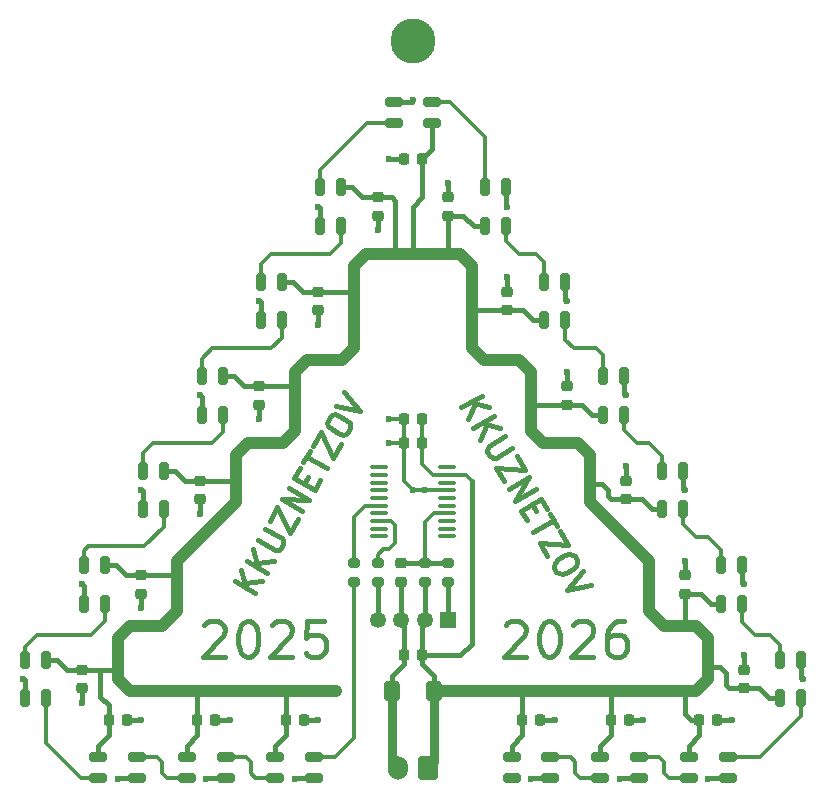
<source format=gtl>
%TF.GenerationSoftware,KiCad,Pcbnew,9.0.5*%
%TF.CreationDate,2025-11-17T06:01:47+03:00*%
%TF.ProjectId,CHRISTMAS_RISC_V,43485249-5354-44d4-9153-5f524953435f,rev?*%
%TF.SameCoordinates,Original*%
%TF.FileFunction,Copper,L1,Top*%
%TF.FilePolarity,Positive*%
%FSLAX46Y46*%
G04 Gerber Fmt 4.6, Leading zero omitted, Abs format (unit mm)*
G04 Created by KiCad (PCBNEW 9.0.5) date 2025-11-17 06:01:47*
%MOMM*%
%LPD*%
G01*
G04 APERTURE LIST*
G04 Aperture macros list*
%AMRoundRect*
0 Rectangle with rounded corners*
0 $1 Rounding radius*
0 $2 $3 $4 $5 $6 $7 $8 $9 X,Y pos of 4 corners*
0 Add a 4 corners polygon primitive as box body*
4,1,4,$2,$3,$4,$5,$6,$7,$8,$9,$2,$3,0*
0 Add four circle primitives for the rounded corners*
1,1,$1+$1,$2,$3*
1,1,$1+$1,$4,$5*
1,1,$1+$1,$6,$7*
1,1,$1+$1,$8,$9*
0 Add four rect primitives between the rounded corners*
20,1,$1+$1,$2,$3,$4,$5,0*
20,1,$1+$1,$4,$5,$6,$7,0*
20,1,$1+$1,$6,$7,$8,$9,0*
20,1,$1+$1,$8,$9,$2,$3,0*%
G04 Aperture macros list end*
%ADD10C,0.400000*%
%TA.AperFunction,NonConductor*%
%ADD11C,0.400000*%
%TD*%
%TA.AperFunction,ComponentPad*%
%ADD12C,3.800000*%
%TD*%
%TA.AperFunction,SMDPad,CuDef*%
%ADD13RoundRect,0.200000X-0.200000X0.550000X-0.200000X-0.550000X0.200000X-0.550000X0.200000X0.550000X0*%
%TD*%
%TA.AperFunction,SMDPad,CuDef*%
%ADD14RoundRect,0.225000X-0.225000X-0.250000X0.225000X-0.250000X0.225000X0.250000X-0.225000X0.250000X0*%
%TD*%
%TA.AperFunction,SMDPad,CuDef*%
%ADD15RoundRect,0.200000X-0.550000X-0.200000X0.550000X-0.200000X0.550000X0.200000X-0.550000X0.200000X0*%
%TD*%
%TA.AperFunction,ComponentPad*%
%ADD16R,1.350000X1.350000*%
%TD*%
%TA.AperFunction,ComponentPad*%
%ADD17C,1.350000*%
%TD*%
%TA.AperFunction,ComponentPad*%
%ADD18RoundRect,0.250000X0.600000X0.750000X-0.600000X0.750000X-0.600000X-0.750000X0.600000X-0.750000X0*%
%TD*%
%TA.AperFunction,ComponentPad*%
%ADD19O,1.700000X2.000000*%
%TD*%
%TA.AperFunction,SMDPad,CuDef*%
%ADD20RoundRect,0.200000X0.200000X-0.550000X0.200000X0.550000X-0.200000X0.550000X-0.200000X-0.550000X0*%
%TD*%
%TA.AperFunction,SMDPad,CuDef*%
%ADD21RoundRect,0.200000X0.550000X0.200000X-0.550000X0.200000X-0.550000X-0.200000X0.550000X-0.200000X0*%
%TD*%
%TA.AperFunction,SMDPad,CuDef*%
%ADD22RoundRect,0.250000X0.400000X0.600000X-0.400000X0.600000X-0.400000X-0.600000X0.400000X-0.600000X0*%
%TD*%
%TA.AperFunction,SMDPad,CuDef*%
%ADD23RoundRect,0.200000X-0.275000X0.200000X-0.275000X-0.200000X0.275000X-0.200000X0.275000X0.200000X0*%
%TD*%
%TA.AperFunction,SMDPad,CuDef*%
%ADD24RoundRect,0.200000X0.275000X-0.200000X0.275000X0.200000X-0.275000X0.200000X-0.275000X-0.200000X0*%
%TD*%
%TA.AperFunction,SMDPad,CuDef*%
%ADD25RoundRect,0.100000X0.637500X0.100000X-0.637500X0.100000X-0.637500X-0.100000X0.637500X-0.100000X0*%
%TD*%
%TA.AperFunction,SMDPad,CuDef*%
%ADD26RoundRect,0.225000X0.250000X-0.225000X0.250000X0.225000X-0.250000X0.225000X-0.250000X-0.225000X0*%
%TD*%
%TA.AperFunction,SMDPad,CuDef*%
%ADD27RoundRect,0.225000X0.225000X0.250000X-0.225000X0.250000X-0.225000X-0.250000X0.225000X-0.250000X0*%
%TD*%
%TA.AperFunction,SMDPad,CuDef*%
%ADD28RoundRect,0.225000X-0.250000X0.225000X-0.250000X-0.225000X0.250000X-0.225000X0.250000X0.225000X0*%
%TD*%
%TA.AperFunction,ViaPad*%
%ADD29C,0.600000*%
%TD*%
%TA.AperFunction,Conductor*%
%ADD30C,0.400000*%
%TD*%
%TA.AperFunction,Conductor*%
%ADD31C,1.000000*%
%TD*%
%TA.AperFunction,Conductor*%
%ADD32C,0.300000*%
%TD*%
%TA.AperFunction,Conductor*%
%ADD33C,0.800000*%
%TD*%
G04 APERTURE END LIST*
D10*
D11*
X154099657Y-112007512D02*
X155831707Y-111007512D01*
X154671085Y-112997256D02*
X155232257Y-111683520D01*
X156403136Y-111997256D02*
X154841964Y-111578941D01*
X155099657Y-113739563D02*
X156831707Y-112739563D01*
X155671085Y-114729306D02*
X156232257Y-113415570D01*
X157403136Y-113729306D02*
X155841964Y-113310992D01*
X157831707Y-114471614D02*
X156429571Y-115281138D01*
X156429571Y-115281138D02*
X156312233Y-115458854D01*
X156312233Y-115458854D02*
X156277373Y-115588952D01*
X156277373Y-115588952D02*
X156290133Y-115801528D01*
X156290133Y-115801528D02*
X156480609Y-116131443D01*
X156480609Y-116131443D02*
X156658326Y-116248781D01*
X156658326Y-116248781D02*
X156788423Y-116283640D01*
X156788423Y-116283640D02*
X157001000Y-116270881D01*
X157001000Y-116270881D02*
X158403136Y-115461357D01*
X158784088Y-116121186D02*
X159450755Y-117275887D01*
X159450755Y-117275887D02*
X157052037Y-117121186D01*
X157052037Y-117121186D02*
X157718704Y-118275887D01*
X158099657Y-118935715D02*
X159831707Y-117935715D01*
X159831707Y-117935715D02*
X158671085Y-119925459D01*
X158671085Y-119925459D02*
X160403136Y-118925459D01*
X160054540Y-120226435D02*
X160387874Y-120803786D01*
X159623466Y-121575031D02*
X159147276Y-120750245D01*
X159147276Y-120750245D02*
X160879326Y-119750245D01*
X160879326Y-119750245D02*
X161355517Y-120575031D01*
X161641231Y-121069903D02*
X162212660Y-122059646D01*
X160194895Y-122564774D02*
X161926946Y-121564774D01*
X162450755Y-122472040D02*
X163117422Y-123626740D01*
X163117422Y-123626740D02*
X160718704Y-123472040D01*
X160718704Y-123472040D02*
X161385371Y-124626740D01*
X163688851Y-124616483D02*
X163879327Y-124946398D01*
X163879327Y-124946398D02*
X163892086Y-125158974D01*
X163892086Y-125158974D02*
X163822367Y-125419169D01*
X163822367Y-125419169D02*
X163540072Y-125692124D01*
X163540072Y-125692124D02*
X162962721Y-126025458D01*
X162962721Y-126025458D02*
X162585188Y-126133455D01*
X162585188Y-126133455D02*
X162324993Y-126063736D01*
X162324993Y-126063736D02*
X162147276Y-125946398D01*
X162147276Y-125946398D02*
X161956800Y-125616483D01*
X161956800Y-125616483D02*
X161944040Y-125403907D01*
X161944040Y-125403907D02*
X162013759Y-125143712D01*
X162013759Y-125143712D02*
X162296055Y-124870757D01*
X162296055Y-124870757D02*
X162873405Y-124537424D01*
X162873405Y-124537424D02*
X163250939Y-124429426D01*
X163250939Y-124429426D02*
X163511134Y-124499145D01*
X163511134Y-124499145D02*
X163688851Y-124616483D01*
X164403136Y-125853663D02*
X163004419Y-127431013D01*
X163004419Y-127431013D02*
X165069803Y-127008363D01*
D10*
D11*
X136639690Y-127726925D02*
X134907639Y-126726925D01*
X137211118Y-126737182D02*
X135792804Y-126908060D01*
X135479068Y-125737182D02*
X135897382Y-127298353D01*
X137639690Y-125994874D02*
X135907639Y-124994874D01*
X138211118Y-125005131D02*
X136792804Y-125176010D01*
X136479068Y-124005131D02*
X136897382Y-125566303D01*
X136907639Y-123262823D02*
X138309775Y-124072347D01*
X138309775Y-124072347D02*
X138522352Y-124085107D01*
X138522352Y-124085107D02*
X138652449Y-124050247D01*
X138652449Y-124050247D02*
X138830166Y-123932909D01*
X138830166Y-123932909D02*
X139020642Y-123602994D01*
X139020642Y-123602994D02*
X139033402Y-123390418D01*
X139033402Y-123390418D02*
X138998542Y-123260320D01*
X138998542Y-123260320D02*
X138881204Y-123082604D01*
X138881204Y-123082604D02*
X137479068Y-122273080D01*
X137860020Y-121613251D02*
X138526687Y-120458551D01*
X138526687Y-120458551D02*
X139592071Y-122613251D01*
X139592071Y-122613251D02*
X140258737Y-121458551D01*
X140639690Y-120798722D02*
X138907639Y-119798722D01*
X138907639Y-119798722D02*
X141211118Y-119808978D01*
X141211118Y-119808978D02*
X139479068Y-118808978D01*
X140780044Y-118460383D02*
X141113378Y-117883032D01*
X142163499Y-118159406D02*
X141687309Y-118984192D01*
X141687309Y-118984192D02*
X139955258Y-117984192D01*
X139955258Y-117984192D02*
X140431449Y-117159406D01*
X140717163Y-116664534D02*
X141288592Y-115674791D01*
X142734928Y-117169663D02*
X141002877Y-116169663D01*
X141526687Y-115262398D02*
X142193354Y-114107697D01*
X142193354Y-114107697D02*
X143258738Y-116262398D01*
X143258738Y-116262398D02*
X143925404Y-115107697D01*
X142764782Y-113117954D02*
X142955258Y-112788039D01*
X142955258Y-112788039D02*
X143132975Y-112670701D01*
X143132975Y-112670701D02*
X143393170Y-112600982D01*
X143393170Y-112600982D02*
X143770704Y-112708979D01*
X143770704Y-112708979D02*
X144348054Y-113042313D01*
X144348054Y-113042313D02*
X144630350Y-113315268D01*
X144630350Y-113315268D02*
X144700069Y-113575463D01*
X144700069Y-113575463D02*
X144687309Y-113788039D01*
X144687309Y-113788039D02*
X144496833Y-114117954D01*
X144496833Y-114117954D02*
X144319116Y-114235292D01*
X144319116Y-114235292D02*
X144058921Y-114305011D01*
X144058921Y-114305011D02*
X143681388Y-114197013D01*
X143681388Y-114197013D02*
X143104037Y-113863680D01*
X143104037Y-113863680D02*
X142821742Y-113590725D01*
X142821742Y-113590725D02*
X142752023Y-113330530D01*
X142752023Y-113330530D02*
X142764782Y-113117954D01*
X143479068Y-111880775D02*
X145544452Y-112303424D01*
X145544452Y-112303424D02*
X144145735Y-110726074D01*
D10*
D11*
X157834585Y-130397771D02*
X157977442Y-130254914D01*
X157977442Y-130254914D02*
X158263157Y-130112057D01*
X158263157Y-130112057D02*
X158977442Y-130112057D01*
X158977442Y-130112057D02*
X159263157Y-130254914D01*
X159263157Y-130254914D02*
X159406014Y-130397771D01*
X159406014Y-130397771D02*
X159548871Y-130683485D01*
X159548871Y-130683485D02*
X159548871Y-130969200D01*
X159548871Y-130969200D02*
X159406014Y-131397771D01*
X159406014Y-131397771D02*
X157691728Y-133112057D01*
X157691728Y-133112057D02*
X159548871Y-133112057D01*
X161406014Y-130112057D02*
X161691728Y-130112057D01*
X161691728Y-130112057D02*
X161977442Y-130254914D01*
X161977442Y-130254914D02*
X162120300Y-130397771D01*
X162120300Y-130397771D02*
X162263157Y-130683485D01*
X162263157Y-130683485D02*
X162406014Y-131254914D01*
X162406014Y-131254914D02*
X162406014Y-131969200D01*
X162406014Y-131969200D02*
X162263157Y-132540628D01*
X162263157Y-132540628D02*
X162120300Y-132826342D01*
X162120300Y-132826342D02*
X161977442Y-132969200D01*
X161977442Y-132969200D02*
X161691728Y-133112057D01*
X161691728Y-133112057D02*
X161406014Y-133112057D01*
X161406014Y-133112057D02*
X161120300Y-132969200D01*
X161120300Y-132969200D02*
X160977442Y-132826342D01*
X160977442Y-132826342D02*
X160834585Y-132540628D01*
X160834585Y-132540628D02*
X160691728Y-131969200D01*
X160691728Y-131969200D02*
X160691728Y-131254914D01*
X160691728Y-131254914D02*
X160834585Y-130683485D01*
X160834585Y-130683485D02*
X160977442Y-130397771D01*
X160977442Y-130397771D02*
X161120300Y-130254914D01*
X161120300Y-130254914D02*
X161406014Y-130112057D01*
X163548871Y-130397771D02*
X163691728Y-130254914D01*
X163691728Y-130254914D02*
X163977443Y-130112057D01*
X163977443Y-130112057D02*
X164691728Y-130112057D01*
X164691728Y-130112057D02*
X164977443Y-130254914D01*
X164977443Y-130254914D02*
X165120300Y-130397771D01*
X165120300Y-130397771D02*
X165263157Y-130683485D01*
X165263157Y-130683485D02*
X165263157Y-130969200D01*
X165263157Y-130969200D02*
X165120300Y-131397771D01*
X165120300Y-131397771D02*
X163406014Y-133112057D01*
X163406014Y-133112057D02*
X165263157Y-133112057D01*
X167834586Y-130112057D02*
X167263157Y-130112057D01*
X167263157Y-130112057D02*
X166977443Y-130254914D01*
X166977443Y-130254914D02*
X166834586Y-130397771D01*
X166834586Y-130397771D02*
X166548871Y-130826342D01*
X166548871Y-130826342D02*
X166406014Y-131397771D01*
X166406014Y-131397771D02*
X166406014Y-132540628D01*
X166406014Y-132540628D02*
X166548871Y-132826342D01*
X166548871Y-132826342D02*
X166691728Y-132969200D01*
X166691728Y-132969200D02*
X166977443Y-133112057D01*
X166977443Y-133112057D02*
X167548871Y-133112057D01*
X167548871Y-133112057D02*
X167834586Y-132969200D01*
X167834586Y-132969200D02*
X167977443Y-132826342D01*
X167977443Y-132826342D02*
X168120300Y-132540628D01*
X168120300Y-132540628D02*
X168120300Y-131826342D01*
X168120300Y-131826342D02*
X167977443Y-131540628D01*
X167977443Y-131540628D02*
X167834586Y-131397771D01*
X167834586Y-131397771D02*
X167548871Y-131254914D01*
X167548871Y-131254914D02*
X166977443Y-131254914D01*
X166977443Y-131254914D02*
X166691728Y-131397771D01*
X166691728Y-131397771D02*
X166548871Y-131540628D01*
X166548871Y-131540628D02*
X166406014Y-131826342D01*
D10*
D11*
X132334585Y-130397771D02*
X132477442Y-130254914D01*
X132477442Y-130254914D02*
X132763157Y-130112057D01*
X132763157Y-130112057D02*
X133477442Y-130112057D01*
X133477442Y-130112057D02*
X133763157Y-130254914D01*
X133763157Y-130254914D02*
X133906014Y-130397771D01*
X133906014Y-130397771D02*
X134048871Y-130683485D01*
X134048871Y-130683485D02*
X134048871Y-130969200D01*
X134048871Y-130969200D02*
X133906014Y-131397771D01*
X133906014Y-131397771D02*
X132191728Y-133112057D01*
X132191728Y-133112057D02*
X134048871Y-133112057D01*
X135906014Y-130112057D02*
X136191728Y-130112057D01*
X136191728Y-130112057D02*
X136477442Y-130254914D01*
X136477442Y-130254914D02*
X136620300Y-130397771D01*
X136620300Y-130397771D02*
X136763157Y-130683485D01*
X136763157Y-130683485D02*
X136906014Y-131254914D01*
X136906014Y-131254914D02*
X136906014Y-131969200D01*
X136906014Y-131969200D02*
X136763157Y-132540628D01*
X136763157Y-132540628D02*
X136620300Y-132826342D01*
X136620300Y-132826342D02*
X136477442Y-132969200D01*
X136477442Y-132969200D02*
X136191728Y-133112057D01*
X136191728Y-133112057D02*
X135906014Y-133112057D01*
X135906014Y-133112057D02*
X135620300Y-132969200D01*
X135620300Y-132969200D02*
X135477442Y-132826342D01*
X135477442Y-132826342D02*
X135334585Y-132540628D01*
X135334585Y-132540628D02*
X135191728Y-131969200D01*
X135191728Y-131969200D02*
X135191728Y-131254914D01*
X135191728Y-131254914D02*
X135334585Y-130683485D01*
X135334585Y-130683485D02*
X135477442Y-130397771D01*
X135477442Y-130397771D02*
X135620300Y-130254914D01*
X135620300Y-130254914D02*
X135906014Y-130112057D01*
X138048871Y-130397771D02*
X138191728Y-130254914D01*
X138191728Y-130254914D02*
X138477443Y-130112057D01*
X138477443Y-130112057D02*
X139191728Y-130112057D01*
X139191728Y-130112057D02*
X139477443Y-130254914D01*
X139477443Y-130254914D02*
X139620300Y-130397771D01*
X139620300Y-130397771D02*
X139763157Y-130683485D01*
X139763157Y-130683485D02*
X139763157Y-130969200D01*
X139763157Y-130969200D02*
X139620300Y-131397771D01*
X139620300Y-131397771D02*
X137906014Y-133112057D01*
X137906014Y-133112057D02*
X139763157Y-133112057D01*
X142477443Y-130112057D02*
X141048871Y-130112057D01*
X141048871Y-130112057D02*
X140906014Y-131540628D01*
X140906014Y-131540628D02*
X141048871Y-131397771D01*
X141048871Y-131397771D02*
X141334586Y-131254914D01*
X141334586Y-131254914D02*
X142048871Y-131254914D01*
X142048871Y-131254914D02*
X142334586Y-131397771D01*
X142334586Y-131397771D02*
X142477443Y-131540628D01*
X142477443Y-131540628D02*
X142620300Y-131826342D01*
X142620300Y-131826342D02*
X142620300Y-132540628D01*
X142620300Y-132540628D02*
X142477443Y-132826342D01*
X142477443Y-132826342D02*
X142334586Y-132969200D01*
X142334586Y-132969200D02*
X142048871Y-133112057D01*
X142048871Y-133112057D02*
X141334586Y-133112057D01*
X141334586Y-133112057D02*
X141048871Y-132969200D01*
X141048871Y-132969200D02*
X140906014Y-132826342D01*
D12*
%TO.P,HOLE1,1,1*%
%TO.N,unconnected-(HOLE1-Pad1)*%
X150000000Y-81000000D03*
%TD*%
D13*
%TO.P,VD5,4,DIN*%
%TO.N,Net-(VD4-DOUT)*%
X118890000Y-136640000D03*
%TO.P,VD5,3,VSS*%
%TO.N,GND*%
X117110000Y-136640000D03*
%TO.P,VD5,2,DOUT*%
%TO.N,Net-(VD5-DOUT)*%
X117110000Y-133360000D03*
%TO.P,VD5,1,VDD*%
%TO.N,VCC5V0*%
X118890000Y-133360000D03*
%TD*%
D14*
%TO.P,C23,1*%
%TO.N,GND*%
X149225000Y-113000000D03*
%TO.P,C23,2*%
%TO.N,VCC5V0*%
X150775000Y-113000000D03*
%TD*%
D15*
%TO.P,VD20,1,VDD*%
%TO.N,VCC5V0*%
X158360000Y-141610000D03*
%TO.P,VD20,2,DOUT*%
%TO.N,unconnected-(VD20-DOUT-Pad2)*%
X158360000Y-143390000D03*
%TO.P,VD20,3,VSS*%
%TO.N,GND*%
X161640000Y-143390000D03*
%TO.P,VD20,4,DIN*%
%TO.N,Net-(VD19-DOUT)*%
X161640000Y-141610000D03*
%TD*%
D14*
%TO.P,C22,1*%
%TO.N,VCC5V0*%
X159225000Y-138500000D03*
%TO.P,C22,2*%
%TO.N,GND*%
X160775000Y-138500000D03*
%TD*%
D16*
%TO.P,XP2,1,1*%
%TO.N,/RST_EXT*%
X153000000Y-130000000D03*
D17*
%TO.P,XP2,2,2*%
%TO.N,VCC5V0*%
X151000000Y-130000000D03*
%TO.P,XP2,3,3*%
%TO.N,GND*%
X149000000Y-130000000D03*
%TO.P,XP2,4,4*%
%TO.N,/SWIO_EXT*%
X147000000Y-130000000D03*
%TD*%
D18*
%TO.P,XP1,1,1*%
%TO.N,VCC5V0*%
X151250000Y-142525000D03*
D19*
%TO.P,XP1,2,2*%
%TO.N,GND*%
X148750000Y-142525000D03*
%TD*%
D15*
%TO.P,VD19,1,VDD*%
%TO.N,VCC5V0*%
X165860000Y-141610000D03*
%TO.P,VD19,2,DOUT*%
%TO.N,Net-(VD19-DOUT)*%
X165860000Y-143390000D03*
%TO.P,VD19,3,VSS*%
%TO.N,GND*%
X169140000Y-143390000D03*
%TO.P,VD19,4,DIN*%
%TO.N,Net-(VD18-DOUT)*%
X169140000Y-141610000D03*
%TD*%
%TO.P,VD18,1,VDD*%
%TO.N,VCC5V0*%
X173360000Y-141610000D03*
%TO.P,VD18,2,DOUT*%
%TO.N,Net-(VD18-DOUT)*%
X173360000Y-143390000D03*
%TO.P,VD18,3,VSS*%
%TO.N,GND*%
X176640000Y-143390000D03*
%TO.P,VD18,4,DIN*%
%TO.N,Net-(VD17-DOUT)*%
X176640000Y-141610000D03*
%TD*%
D20*
%TO.P,VD17,1,VDD*%
%TO.N,VCC5V0*%
X181110000Y-136640000D03*
%TO.P,VD17,2,DOUT*%
%TO.N,Net-(VD17-DOUT)*%
X182890000Y-136640000D03*
%TO.P,VD17,3,VSS*%
%TO.N,GND*%
X182890000Y-133360000D03*
%TO.P,VD17,4,DIN*%
%TO.N,Net-(VD16-DOUT)*%
X181110000Y-133360000D03*
%TD*%
%TO.P,VD16,1,VDD*%
%TO.N,VCC5V0*%
X176110000Y-128640000D03*
%TO.P,VD16,2,DOUT*%
%TO.N,Net-(VD16-DOUT)*%
X177890000Y-128640000D03*
%TO.P,VD16,3,VSS*%
%TO.N,GND*%
X177890000Y-125360000D03*
%TO.P,VD16,4,DIN*%
%TO.N,Net-(VD15-DOUT)*%
X176110000Y-125360000D03*
%TD*%
%TO.P,VD15,1,VDD*%
%TO.N,VCC5V0*%
X171110000Y-120640000D03*
%TO.P,VD15,2,DOUT*%
%TO.N,Net-(VD15-DOUT)*%
X172890000Y-120640000D03*
%TO.P,VD15,3,VSS*%
%TO.N,GND*%
X172890000Y-117360000D03*
%TO.P,VD15,4,DIN*%
%TO.N,Net-(VD14-DOUT)*%
X171110000Y-117360000D03*
%TD*%
%TO.P,VD14,1,VDD*%
%TO.N,VCC5V0*%
X166110000Y-112640000D03*
%TO.P,VD14,2,DOUT*%
%TO.N,Net-(VD14-DOUT)*%
X167890000Y-112640000D03*
%TO.P,VD14,3,VSS*%
%TO.N,GND*%
X167890000Y-109360000D03*
%TO.P,VD14,4,DIN*%
%TO.N,Net-(VD13-DOUT)*%
X166110000Y-109360000D03*
%TD*%
%TO.P,VD13,1,VDD*%
%TO.N,VCC5V0*%
X161110000Y-104640000D03*
%TO.P,VD13,2,DOUT*%
%TO.N,Net-(VD13-DOUT)*%
X162890000Y-104640000D03*
%TO.P,VD13,3,VSS*%
%TO.N,GND*%
X162890000Y-101360000D03*
%TO.P,VD13,4,DIN*%
%TO.N,Net-(VD12-DOUT)*%
X161110000Y-101360000D03*
%TD*%
%TO.P,VD12,1,VDD*%
%TO.N,VCC5V0*%
X156110000Y-96640000D03*
%TO.P,VD12,2,DOUT*%
%TO.N,Net-(VD12-DOUT)*%
X157890000Y-96640000D03*
%TO.P,VD12,3,VSS*%
%TO.N,GND*%
X157890000Y-93360000D03*
%TO.P,VD12,4,DIN*%
%TO.N,Net-(VD11-DOUT)*%
X156110000Y-93360000D03*
%TD*%
D21*
%TO.P,VD11,1,VDD*%
%TO.N,VCC5V0*%
X151640000Y-87890000D03*
%TO.P,VD11,2,DOUT*%
%TO.N,Net-(VD11-DOUT)*%
X151640000Y-86110000D03*
%TO.P,VD11,3,VSS*%
%TO.N,GND*%
X148360000Y-86110000D03*
%TO.P,VD11,4,DIN*%
%TO.N,Net-(VD10-DOUT)*%
X148360000Y-87890000D03*
%TD*%
D13*
%TO.P,VD10,1,VDD*%
%TO.N,VCC5V0*%
X143890000Y-93360000D03*
%TO.P,VD10,2,DOUT*%
%TO.N,Net-(VD10-DOUT)*%
X142110000Y-93360000D03*
%TO.P,VD10,3,VSS*%
%TO.N,GND*%
X142110000Y-96640000D03*
%TO.P,VD10,4,DIN*%
%TO.N,Net-(VD10-DIN)*%
X143890000Y-96640000D03*
%TD*%
%TO.P,VD9,1,VDD*%
%TO.N,VCC5V0*%
X138890000Y-101360000D03*
%TO.P,VD9,2,DOUT*%
%TO.N,Net-(VD10-DIN)*%
X137110000Y-101360000D03*
%TO.P,VD9,3,VSS*%
%TO.N,GND*%
X137110000Y-104640000D03*
%TO.P,VD9,4,DIN*%
%TO.N,Net-(VD8-DOUT)*%
X138890000Y-104640000D03*
%TD*%
%TO.P,VD8,1,VDD*%
%TO.N,VCC5V0*%
X133890000Y-109360000D03*
%TO.P,VD8,2,DOUT*%
%TO.N,Net-(VD8-DOUT)*%
X132110000Y-109360000D03*
%TO.P,VD8,3,VSS*%
%TO.N,GND*%
X132110000Y-112640000D03*
%TO.P,VD8,4,DIN*%
%TO.N,Net-(VD7-DOUT)*%
X133890000Y-112640000D03*
%TD*%
%TO.P,VD7,1,VDD*%
%TO.N,VCC5V0*%
X128890000Y-117360000D03*
%TO.P,VD7,2,DOUT*%
%TO.N,Net-(VD7-DOUT)*%
X127110000Y-117360000D03*
%TO.P,VD7,3,VSS*%
%TO.N,GND*%
X127110000Y-120640000D03*
%TO.P,VD7,4,DIN*%
%TO.N,Net-(VD6-DOUT)*%
X128890000Y-120640000D03*
%TD*%
%TO.P,VD6,1,VDD*%
%TO.N,VCC5V0*%
X123890000Y-125360000D03*
%TO.P,VD6,2,DOUT*%
%TO.N,Net-(VD6-DOUT)*%
X122110000Y-125360000D03*
%TO.P,VD6,3,VSS*%
%TO.N,GND*%
X122110000Y-128640000D03*
%TO.P,VD6,4,DIN*%
%TO.N,Net-(VD5-DOUT)*%
X123890000Y-128640000D03*
%TD*%
D15*
%TO.P,VD4,1,VDD*%
%TO.N,VCC5V0*%
X123360000Y-141610000D03*
%TO.P,VD4,2,DOUT*%
%TO.N,Net-(VD4-DOUT)*%
X123360000Y-143390000D03*
%TO.P,VD4,3,VSS*%
%TO.N,GND*%
X126640000Y-143390000D03*
%TO.P,VD4,4,DIN*%
%TO.N,Net-(VD3-DOUT)*%
X126640000Y-141610000D03*
%TD*%
%TO.P,VD3,1,VDD*%
%TO.N,VCC5V0*%
X130860000Y-141610000D03*
%TO.P,VD3,2,DOUT*%
%TO.N,Net-(VD3-DOUT)*%
X130860000Y-143390000D03*
%TO.P,VD3,3,VSS*%
%TO.N,GND*%
X134140000Y-143390000D03*
%TO.P,VD3,4,DIN*%
%TO.N,Net-(VD2-DOUT)*%
X134140000Y-141610000D03*
%TD*%
%TO.P,VD2,1,VDD*%
%TO.N,VCC5V0*%
X138360000Y-141610000D03*
%TO.P,VD2,2,DOUT*%
%TO.N,Net-(VD2-DOUT)*%
X138360000Y-143390000D03*
%TO.P,VD2,3,VSS*%
%TO.N,GND*%
X141640000Y-143390000D03*
%TO.P,VD2,4,DIN*%
%TO.N,Net-(VD2-DIN)*%
X141640000Y-141610000D03*
%TD*%
D22*
%TO.P,VD1,1,K*%
%TO.N,VCC5V0*%
X151750000Y-136000000D03*
%TO.P,VD1,2,A*%
%TO.N,GND*%
X148250000Y-136000000D03*
%TD*%
D23*
%TO.P,R4,1*%
%TO.N,/MOSI*%
X145000000Y-125175000D03*
%TO.P,R4,2*%
%TO.N,Net-(VD2-DIN)*%
X145000000Y-126825000D03*
%TD*%
%TO.P,R3,1*%
%TO.N,/SWIO*%
X147000000Y-125175000D03*
%TO.P,R3,2*%
%TO.N,/SWIO_EXT*%
X147000000Y-126825000D03*
%TD*%
%TO.P,R2,1*%
%TO.N,/RESET*%
X153000000Y-125175000D03*
%TO.P,R2,2*%
%TO.N,/RST_EXT*%
X153000000Y-126825000D03*
%TD*%
D24*
%TO.P,R1,1*%
%TO.N,VCC5V0*%
X151000000Y-126825000D03*
%TO.P,R1,2*%
%TO.N,/RESET*%
X151000000Y-125175000D03*
%TD*%
D25*
%TO.P,DD1,1,PD4*%
%TO.N,unconnected-(DD1-PD4-Pad1)*%
X152862500Y-122925000D03*
%TO.P,DD1,2,PD5*%
%TO.N,unconnected-(DD1-PD5-Pad2)*%
X152862500Y-122275000D03*
%TO.P,DD1,3,PD6*%
%TO.N,unconnected-(DD1-PD6-Pad3)*%
X152862500Y-121625000D03*
%TO.P,DD1,4,PD7*%
%TO.N,/RESET*%
X152862500Y-120975000D03*
%TO.P,DD1,5,PA1*%
%TO.N,unconnected-(DD1-PA1-Pad5)*%
X152862500Y-120325000D03*
%TO.P,DD1,6,PA2*%
%TO.N,unconnected-(DD1-PA2-Pad6)*%
X152862500Y-119675000D03*
%TO.P,DD1,7,VSS*%
%TO.N,GND*%
X152862500Y-119025000D03*
%TO.P,DD1,8,PD0*%
%TO.N,unconnected-(DD1-PD0-Pad8)*%
X152862500Y-118375000D03*
%TO.P,DD1,9,VDD*%
%TO.N,VCC5V0*%
X152862500Y-117725000D03*
%TO.P,DD1,10,PC0*%
%TO.N,unconnected-(DD1-PC0-Pad10)*%
X152862500Y-117075000D03*
%TO.P,DD1,11,PC1*%
%TO.N,unconnected-(DD1-PC1-Pad11)*%
X147137500Y-117075000D03*
%TO.P,DD1,12,PC2*%
%TO.N,unconnected-(DD1-PC2-Pad12)*%
X147137500Y-117725000D03*
%TO.P,DD1,13,PC3*%
%TO.N,unconnected-(DD1-PC3-Pad13)*%
X147137500Y-118375000D03*
%TO.P,DD1,14,PC4*%
%TO.N,unconnected-(DD1-PC4-Pad14)*%
X147137500Y-119025000D03*
%TO.P,DD1,15,PC5*%
%TO.N,unconnected-(DD1-PC5-Pad15)*%
X147137500Y-119675000D03*
%TO.P,DD1,16,PC6*%
%TO.N,/MOSI*%
X147137500Y-120325000D03*
%TO.P,DD1,17,PC7*%
%TO.N,unconnected-(DD1-PC7-Pad17)*%
X147137500Y-120975000D03*
%TO.P,DD1,18,PD1*%
%TO.N,/SWIO*%
X147137500Y-121625000D03*
%TO.P,DD1,19,PD2*%
%TO.N,unconnected-(DD1-PD2-Pad19)*%
X147137500Y-122275000D03*
%TO.P,DD1,20,PD3*%
%TO.N,unconnected-(DD1-PD3-Pad20)*%
X147137500Y-122925000D03*
%TD*%
D14*
%TO.P,C21,1*%
%TO.N,VCC5V0*%
X166725000Y-138500000D03*
%TO.P,C21,2*%
%TO.N,GND*%
X168275000Y-138500000D03*
%TD*%
%TO.P,C20,1*%
%TO.N,VCC5V0*%
X174225000Y-138500000D03*
%TO.P,C20,2*%
%TO.N,GND*%
X175775000Y-138500000D03*
%TD*%
D26*
%TO.P,C19,1*%
%TO.N,VCC5V0*%
X178000000Y-135775000D03*
%TO.P,C19,2*%
%TO.N,GND*%
X178000000Y-134225000D03*
%TD*%
%TO.P,C18,1*%
%TO.N,VCC5V0*%
X173000000Y-127775000D03*
%TO.P,C18,2*%
%TO.N,GND*%
X173000000Y-126225000D03*
%TD*%
%TO.P,C17,1*%
%TO.N,VCC5V0*%
X168000000Y-119775000D03*
%TO.P,C17,2*%
%TO.N,GND*%
X168000000Y-118225000D03*
%TD*%
%TO.P,C16,1*%
%TO.N,VCC5V0*%
X163000000Y-111775000D03*
%TO.P,C16,2*%
%TO.N,GND*%
X163000000Y-110225000D03*
%TD*%
%TO.P,C15,1*%
%TO.N,VCC5V0*%
X158000000Y-103775000D03*
%TO.P,C15,2*%
%TO.N,GND*%
X158000000Y-102225000D03*
%TD*%
%TO.P,C14,1*%
%TO.N,VCC5V0*%
X153000000Y-95775000D03*
%TO.P,C14,2*%
%TO.N,GND*%
X153000000Y-94225000D03*
%TD*%
D27*
%TO.P,C13,1*%
%TO.N,VCC5V0*%
X150775000Y-91000000D03*
%TO.P,C13,2*%
%TO.N,GND*%
X149225000Y-91000000D03*
%TD*%
D28*
%TO.P,C12,1*%
%TO.N,VCC5V0*%
X147000000Y-94225000D03*
%TO.P,C12,2*%
%TO.N,GND*%
X147000000Y-95775000D03*
%TD*%
%TO.P,C11,1*%
%TO.N,VCC5V0*%
X142000000Y-102225000D03*
%TO.P,C11,2*%
%TO.N,GND*%
X142000000Y-103775000D03*
%TD*%
%TO.P,C10,1*%
%TO.N,VCC5V0*%
X137000000Y-110225000D03*
%TO.P,C10,2*%
%TO.N,GND*%
X137000000Y-111775000D03*
%TD*%
%TO.P,C9,1*%
%TO.N,VCC5V0*%
X132000000Y-118225000D03*
%TO.P,C9,2*%
%TO.N,GND*%
X132000000Y-119775000D03*
%TD*%
%TO.P,C8,1*%
%TO.N,VCC5V0*%
X127000000Y-126225000D03*
%TO.P,C8,2*%
%TO.N,GND*%
X127000000Y-127775000D03*
%TD*%
%TO.P,C7,1*%
%TO.N,VCC5V0*%
X122000000Y-134225000D03*
%TO.P,C7,2*%
%TO.N,GND*%
X122000000Y-135775000D03*
%TD*%
D14*
%TO.P,C6,1*%
%TO.N,VCC5V0*%
X124225000Y-138500000D03*
%TO.P,C6,2*%
%TO.N,GND*%
X125775000Y-138500000D03*
%TD*%
%TO.P,C5,1*%
%TO.N,VCC5V0*%
X131725000Y-138500000D03*
%TO.P,C5,2*%
%TO.N,GND*%
X133275000Y-138500000D03*
%TD*%
%TO.P,C4,1*%
%TO.N,VCC5V0*%
X139225000Y-138500000D03*
%TO.P,C4,2*%
%TO.N,GND*%
X140775000Y-138500000D03*
%TD*%
D26*
%TO.P,C3,1*%
%TO.N,GND*%
X149000000Y-126775000D03*
%TO.P,C3,2*%
%TO.N,/RESET*%
X149000000Y-125225000D03*
%TD*%
D14*
%TO.P,C2,1*%
%TO.N,GND*%
X149225000Y-115000000D03*
%TO.P,C2,2*%
%TO.N,VCC5V0*%
X150775000Y-115000000D03*
%TD*%
%TO.P,C1,1*%
%TO.N,GND*%
X149225000Y-133000000D03*
%TO.P,C1,2*%
%TO.N,VCC5V0*%
X150775000Y-133000000D03*
%TD*%
D29*
%TO.N,GND*%
X127000000Y-129000000D03*
X132000000Y-121000000D03*
X137000000Y-113000000D03*
X142000000Y-105000000D03*
X148000000Y-91000000D03*
X147000000Y-97000000D03*
X153000000Y-93000000D03*
X158000000Y-101000000D03*
X163000000Y-109000000D03*
X168000000Y-117000000D03*
X173000000Y-125000000D03*
X178000000Y-133000000D03*
X122000000Y-137000000D03*
X177000000Y-138500000D03*
X169500000Y-138500000D03*
X162000000Y-138500000D03*
X127000000Y-138500000D03*
X134500000Y-138500000D03*
X142000000Y-138500000D03*
X117000000Y-135000000D03*
%TO.N,VCC5V0*%
X141500000Y-136000000D03*
X143500000Y-136000000D03*
X142500000Y-136000000D03*
X158500000Y-136000000D03*
X157500000Y-136000000D03*
X156500000Y-136000000D03*
%TO.N,GND*%
X178000000Y-127000000D03*
X173000000Y-119000000D03*
X168000000Y-111000000D03*
X163000000Y-103000000D03*
X158000000Y-95000000D03*
X150000000Y-86000000D03*
X142000000Y-95000000D03*
X137000000Y-103000000D03*
X132000000Y-111000000D03*
X127000000Y-119000000D03*
X122000000Y-127000000D03*
X183000000Y-135000000D03*
X175000000Y-143500000D03*
X167500000Y-143500000D03*
X160000000Y-143500000D03*
X125000000Y-143500000D03*
X132500000Y-143500000D03*
X140000000Y-143500000D03*
X151000000Y-119000000D03*
X150000000Y-119000000D03*
X148000000Y-115000000D03*
X148000000Y-113000000D03*
%TD*%
D30*
%TO.N,VCC5V0*%
X150000000Y-95000000D02*
X150000000Y-99000000D01*
D31*
X150000000Y-99000000D02*
X153000000Y-99000000D01*
D30*
X150775000Y-94225000D02*
X150000000Y-95000000D01*
X150775000Y-91000000D02*
X150775000Y-94225000D01*
X148500000Y-94500000D02*
X148500000Y-98500000D01*
D31*
X149000000Y-99000000D02*
X150000000Y-99000000D01*
D30*
X148500000Y-98500000D02*
X149000000Y-99000000D01*
X148225000Y-94225000D02*
X148500000Y-94500000D01*
X147000000Y-94225000D02*
X148225000Y-94225000D01*
X153000000Y-95775000D02*
X153000000Y-99000000D01*
D31*
X146000000Y-99000000D02*
X149000000Y-99000000D01*
X153000000Y-99000000D02*
X154000000Y-99000000D01*
X145000000Y-100000000D02*
X146000000Y-99000000D01*
X155000000Y-100000000D02*
X154000000Y-99000000D01*
D30*
X158000000Y-103775000D02*
X155275000Y-103775000D01*
D31*
X155000000Y-103500000D02*
X155000000Y-100000000D01*
D30*
X155275000Y-103775000D02*
X155000000Y-103500000D01*
X144775000Y-102225000D02*
X145000000Y-102000000D01*
D31*
X145000000Y-102000000D02*
X145000000Y-100000000D01*
D30*
X142000000Y-102225000D02*
X144775000Y-102225000D01*
D31*
X145000000Y-105000000D02*
X145000000Y-102000000D01*
X159000000Y-108000000D02*
X156000000Y-108000000D01*
X160000000Y-109000000D02*
X159000000Y-108000000D01*
X160000000Y-112000000D02*
X160000000Y-109000000D01*
X156000000Y-108000000D02*
X155000000Y-107000000D01*
X155000000Y-107000000D02*
X155000000Y-103500000D01*
D30*
X139775000Y-110225000D02*
X140000000Y-110000000D01*
D31*
X140000000Y-110000000D02*
X140000000Y-109000000D01*
D30*
X137000000Y-110225000D02*
X139775000Y-110225000D01*
D31*
X145000000Y-107000000D02*
X145000000Y-105000000D01*
X144000000Y-108000000D02*
X145000000Y-107000000D01*
X140000000Y-109000000D02*
X141000000Y-108000000D01*
X141000000Y-108000000D02*
X144000000Y-108000000D01*
X140000000Y-114000000D02*
X140000000Y-110000000D01*
X139000000Y-115000000D02*
X140000000Y-114000000D01*
X135000000Y-116000000D02*
X136000000Y-115000000D01*
X136000000Y-115000000D02*
X139000000Y-115000000D01*
X135000000Y-118000000D02*
X135000000Y-116000000D01*
D30*
X163000000Y-111775000D02*
X160225000Y-111775000D01*
X160225000Y-111775000D02*
X160000000Y-112000000D01*
D31*
X160000000Y-114000000D02*
X160000000Y-112000000D01*
X164000000Y-115000000D02*
X161000000Y-115000000D01*
X161000000Y-115000000D02*
X160000000Y-114000000D01*
X165000000Y-116000000D02*
X164000000Y-115000000D01*
D30*
X166000000Y-118500000D02*
X165000000Y-118500000D01*
D31*
X165000000Y-120000000D02*
X165000000Y-118500000D01*
D30*
X166500000Y-119000000D02*
X166000000Y-118500000D01*
X166500000Y-119500000D02*
X166500000Y-119000000D01*
X166775000Y-119775000D02*
X166500000Y-119500000D01*
X168000000Y-119775000D02*
X166775000Y-119775000D01*
X132000000Y-118225000D02*
X134775000Y-118225000D01*
X134775000Y-118225000D02*
X135000000Y-118000000D01*
D31*
X135000000Y-120000000D02*
X135000000Y-118000000D01*
X130000000Y-125000000D02*
X135000000Y-120000000D01*
X170000000Y-125000000D02*
X165000000Y-120000000D01*
X165000000Y-118500000D02*
X165000000Y-116000000D01*
X171250000Y-130500000D02*
X170000000Y-129250000D01*
X170000000Y-129250000D02*
X170000000Y-125000000D01*
X173000000Y-130500000D02*
X171250000Y-130500000D01*
D32*
%TO.N,Net-(VD16-DOUT)*%
X181110000Y-132110000D02*
X181110000Y-133360000D01*
X179000000Y-131250000D02*
X180250000Y-131250000D01*
X180250000Y-131250000D02*
X181110000Y-132110000D01*
X177890000Y-130140000D02*
X179000000Y-131250000D01*
X177890000Y-128640000D02*
X177890000Y-130140000D01*
%TO.N,Net-(VD15-DOUT)*%
X176110000Y-124110000D02*
X176110000Y-125360000D01*
X174000000Y-123000000D02*
X175000000Y-123000000D01*
X175000000Y-123000000D02*
X176110000Y-124110000D01*
X172890000Y-121890000D02*
X174000000Y-123000000D01*
X172890000Y-120640000D02*
X172890000Y-121890000D01*
%TO.N,Net-(VD14-DOUT)*%
X170000000Y-115000000D02*
X171110000Y-116110000D01*
X167890000Y-113890000D02*
X169000000Y-115000000D01*
X169000000Y-115000000D02*
X170000000Y-115000000D01*
X171110000Y-116110000D02*
X171110000Y-117360000D01*
X167890000Y-112640000D02*
X167890000Y-113890000D01*
%TO.N,Net-(VD13-DOUT)*%
X165500000Y-107000000D02*
X166110000Y-107610000D01*
X163625000Y-107000000D02*
X165500000Y-107000000D01*
X162890000Y-106265000D02*
X163625000Y-107000000D01*
X166110000Y-107610000D02*
X166110000Y-109360000D01*
X162890000Y-104640000D02*
X162890000Y-106265000D01*
%TO.N,Net-(VD12-DOUT)*%
X161110000Y-99735000D02*
X161110000Y-101360000D01*
X157890000Y-97890000D02*
X159000000Y-99000000D01*
X160375000Y-99000000D02*
X161110000Y-99735000D01*
X157890000Y-96640000D02*
X157890000Y-97890000D01*
X159000000Y-99000000D02*
X160375000Y-99000000D01*
%TO.N,Net-(VD10-DIN)*%
X143890000Y-98110000D02*
X143890000Y-96640000D01*
X138000000Y-99000000D02*
X143000000Y-99000000D01*
X143000000Y-99000000D02*
X143890000Y-98110000D01*
X137110000Y-99890000D02*
X138000000Y-99000000D01*
X137110000Y-101360000D02*
X137110000Y-99890000D01*
%TO.N,Net-(VD8-DOUT)*%
X138890000Y-106110000D02*
X138890000Y-104640000D01*
X138000000Y-107000000D02*
X138890000Y-106110000D01*
X132110000Y-107890000D02*
X133000000Y-107000000D01*
X132110000Y-109360000D02*
X132110000Y-107890000D01*
X133000000Y-107000000D02*
X138000000Y-107000000D01*
%TO.N,Net-(VD7-DOUT)*%
X133000000Y-115000000D02*
X133890000Y-114110000D01*
X133890000Y-114110000D02*
X133890000Y-112640000D01*
X128000000Y-115000000D02*
X133000000Y-115000000D01*
X127110000Y-115890000D02*
X128000000Y-115000000D01*
X127110000Y-117360000D02*
X127110000Y-115890000D01*
%TO.N,Net-(VD17-DOUT)*%
X182890000Y-138110000D02*
X182890000Y-136640000D01*
X179390000Y-141610000D02*
X182890000Y-138110000D01*
X176640000Y-141610000D02*
X179390000Y-141610000D01*
%TO.N,Net-(VD4-DOUT)*%
X118890000Y-140390000D02*
X118890000Y-136640000D01*
X121890000Y-143390000D02*
X118890000Y-140390000D01*
X123360000Y-143390000D02*
X121890000Y-143390000D01*
%TO.N,Net-(VD5-DOUT)*%
X123890000Y-130110000D02*
X123890000Y-128640000D01*
X122750000Y-131250000D02*
X123890000Y-130110000D01*
X117110000Y-132265000D02*
X118125000Y-131250000D01*
X118125000Y-131250000D02*
X122750000Y-131250000D01*
X117110000Y-133360000D02*
X117110000Y-132265000D01*
%TO.N,Net-(VD6-DOUT)*%
X127250000Y-123750000D02*
X128890000Y-122110000D01*
X122500000Y-123750000D02*
X127250000Y-123750000D01*
X128890000Y-122110000D02*
X128890000Y-120640000D01*
X122110000Y-124140000D02*
X122500000Y-123750000D01*
X122110000Y-125360000D02*
X122110000Y-124140000D01*
D30*
%TO.N,VCC5V0*%
X129775000Y-126225000D02*
X130000000Y-126000000D01*
X127000000Y-126225000D02*
X129775000Y-126225000D01*
X173000000Y-127775000D02*
X173000000Y-130500000D01*
D31*
X174000000Y-130500000D02*
X173000000Y-130500000D01*
X175000000Y-131500000D02*
X174000000Y-130500000D01*
X175000000Y-134000000D02*
X175000000Y-131500000D01*
X130000000Y-129250000D02*
X130000000Y-126000000D01*
X126000000Y-130500000D02*
X128750000Y-130500000D01*
X128750000Y-130500000D02*
X130000000Y-129250000D01*
X125000000Y-134000000D02*
X125000000Y-131500000D01*
X125000000Y-131500000D02*
X126000000Y-130500000D01*
D30*
X123500000Y-136500000D02*
X123500000Y-134225000D01*
X123500000Y-134225000D02*
X124775000Y-134225000D01*
X124225000Y-137225000D02*
X123500000Y-136500000D01*
X124225000Y-138500000D02*
X124225000Y-137225000D01*
X124775000Y-134225000D02*
X125000000Y-134000000D01*
X122000000Y-134225000D02*
X123500000Y-134225000D01*
X176500000Y-134500000D02*
X176000000Y-134000000D01*
X176000000Y-134000000D02*
X175000000Y-134000000D01*
X176500000Y-135500000D02*
X176500000Y-134500000D01*
X178000000Y-135775000D02*
X176775000Y-135775000D01*
X176775000Y-135775000D02*
X176500000Y-135500000D01*
X173000000Y-138000000D02*
X173000000Y-136000000D01*
D31*
X170000000Y-136000000D02*
X173000000Y-136000000D01*
D30*
X173500000Y-138500000D02*
X173000000Y-138000000D01*
X174225000Y-138500000D02*
X173500000Y-138500000D01*
D31*
X173000000Y-136000000D02*
X174000000Y-136000000D01*
X175000000Y-135000000D02*
X175000000Y-134000000D01*
D30*
%TO.N,GND*%
X127000000Y-127775000D02*
X127000000Y-129000000D01*
%TO.N,VCC5V0*%
X130725000Y-118225000D02*
X132000000Y-118225000D01*
X129860000Y-117360000D02*
X130725000Y-118225000D01*
X128890000Y-117360000D02*
X129860000Y-117360000D01*
%TO.N,GND*%
X132000000Y-119775000D02*
X132000000Y-121000000D01*
X137000000Y-111775000D02*
X137000000Y-113000000D01*
X142000000Y-103775000D02*
X142000000Y-105000000D01*
X149225000Y-91000000D02*
X148000000Y-91000000D01*
X147000000Y-95775000D02*
X147000000Y-97000000D01*
X153000000Y-94225000D02*
X153000000Y-93000000D01*
X158000000Y-102225000D02*
X158000000Y-101000000D01*
X163000000Y-110225000D02*
X163000000Y-109000000D01*
X168000000Y-118225000D02*
X168000000Y-117000000D01*
X173000000Y-126225000D02*
X173000000Y-125000000D01*
X178000000Y-134225000D02*
X178000000Y-133000000D01*
X122000000Y-135775000D02*
X122000000Y-137000000D01*
%TO.N,VCC5V0*%
X179275000Y-135775000D02*
X178000000Y-135775000D01*
X180140000Y-136640000D02*
X179275000Y-135775000D01*
X181110000Y-136640000D02*
X180140000Y-136640000D01*
X174387500Y-127775000D02*
X173000000Y-127775000D01*
X175252500Y-128640000D02*
X174387500Y-127775000D01*
X176110000Y-128640000D02*
X175252500Y-128640000D01*
X169387500Y-119775000D02*
X168000000Y-119775000D01*
X170252500Y-120640000D02*
X169387500Y-119775000D01*
X171110000Y-120640000D02*
X170252500Y-120640000D01*
X164275000Y-111775000D02*
X163000000Y-111775000D01*
X166110000Y-112640000D02*
X165140000Y-112640000D01*
X165140000Y-112640000D02*
X164275000Y-111775000D01*
X159275000Y-103775000D02*
X158000000Y-103775000D01*
X160140000Y-104640000D02*
X159275000Y-103775000D01*
X161110000Y-104640000D02*
X160140000Y-104640000D01*
X154275000Y-95775000D02*
X153000000Y-95775000D01*
X155140000Y-96640000D02*
X154275000Y-95775000D01*
X156110000Y-96640000D02*
X155140000Y-96640000D01*
X145725000Y-94225000D02*
X147000000Y-94225000D01*
X144860000Y-93360000D02*
X145725000Y-94225000D01*
X143890000Y-93360000D02*
X144860000Y-93360000D01*
X140725000Y-102225000D02*
X142000000Y-102225000D01*
X139860000Y-101360000D02*
X140725000Y-102225000D01*
X138890000Y-101360000D02*
X139860000Y-101360000D01*
X135725000Y-110225000D02*
X137000000Y-110225000D01*
X133890000Y-109360000D02*
X134860000Y-109360000D01*
X134860000Y-109360000D02*
X135725000Y-110225000D01*
X119860000Y-133360000D02*
X120725000Y-134225000D01*
X118890000Y-133360000D02*
X119860000Y-133360000D01*
X120725000Y-134225000D02*
X122000000Y-134225000D01*
X124860000Y-125360000D02*
X125725000Y-126225000D01*
X125725000Y-126225000D02*
X127000000Y-126225000D01*
X123890000Y-125360000D02*
X124860000Y-125360000D01*
X151640000Y-90135000D02*
X150775000Y-91000000D01*
X151640000Y-87890000D02*
X151640000Y-90135000D01*
X166725000Y-138500000D02*
X166725000Y-136275000D01*
X166725000Y-136275000D02*
X167000000Y-136000000D01*
X159225000Y-136275000D02*
X159500000Y-136000000D01*
X159225000Y-138500000D02*
X159225000Y-136275000D01*
D31*
X159500000Y-136000000D02*
X167000000Y-136000000D01*
D30*
X131725000Y-136225000D02*
X131500000Y-136000000D01*
X131725000Y-138500000D02*
X131725000Y-136225000D01*
D31*
X139000000Y-136000000D02*
X131500000Y-136000000D01*
D30*
X139225000Y-136225000D02*
X139000000Y-136000000D01*
X139225000Y-138500000D02*
X139225000Y-136225000D01*
%TO.N,GND*%
X175775000Y-138500000D02*
X177000000Y-138500000D01*
X168275000Y-138500000D02*
X169500000Y-138500000D01*
X160775000Y-138500000D02*
X162000000Y-138500000D01*
X125775000Y-138500000D02*
X127000000Y-138500000D01*
X133275000Y-138500000D02*
X134500000Y-138500000D01*
X140775000Y-138500000D02*
X142000000Y-138500000D01*
%TO.N,VCC5V0*%
X173360000Y-140640000D02*
X174225000Y-139775000D01*
X174225000Y-139775000D02*
X174225000Y-138500000D01*
X173360000Y-141610000D02*
X173360000Y-140640000D01*
X165860000Y-140640000D02*
X166725000Y-139775000D01*
X166725000Y-139775000D02*
X166725000Y-138500000D01*
X165860000Y-141610000D02*
X165860000Y-140640000D01*
X159225000Y-139775000D02*
X159225000Y-138500000D01*
X158360000Y-140640000D02*
X159225000Y-139775000D01*
X158360000Y-141610000D02*
X158360000Y-140640000D01*
X139225000Y-139775000D02*
X139225000Y-138500000D01*
X138360000Y-140640000D02*
X139225000Y-139775000D01*
X138360000Y-141610000D02*
X138360000Y-140640000D01*
X131725000Y-139775000D02*
X131725000Y-138500000D01*
X130860000Y-140640000D02*
X131725000Y-139775000D01*
X130860000Y-141610000D02*
X130860000Y-140640000D01*
X124225000Y-139775000D02*
X124225000Y-138500000D01*
X123360000Y-140640000D02*
X124225000Y-139775000D01*
X123360000Y-141610000D02*
X123360000Y-140640000D01*
%TO.N,GND*%
X117110000Y-136640000D02*
X117110000Y-135110000D01*
X117110000Y-135110000D02*
X117000000Y-135000000D01*
D31*
%TO.N,VCC5V0*%
X156500000Y-136000000D02*
X159500000Y-136000000D01*
X142500000Y-136000000D02*
X139000000Y-136000000D01*
X143500000Y-136000000D02*
X142500000Y-136000000D01*
X156500000Y-136000000D02*
X151750000Y-136000000D01*
D30*
%TO.N,GND*%
X177890000Y-126890000D02*
X178000000Y-127000000D01*
X177890000Y-125360000D02*
X177890000Y-126890000D01*
X172890000Y-118890000D02*
X173000000Y-119000000D01*
X172890000Y-117360000D02*
X172890000Y-118890000D01*
X167890000Y-110890000D02*
X168000000Y-111000000D01*
X167890000Y-109360000D02*
X167890000Y-110890000D01*
X162890000Y-102890000D02*
X163000000Y-103000000D01*
X162890000Y-101360000D02*
X162890000Y-102890000D01*
X157890000Y-94890000D02*
X158000000Y-95000000D01*
X157890000Y-93360000D02*
X157890000Y-94890000D01*
X149890000Y-86110000D02*
X150000000Y-86000000D01*
X148360000Y-86110000D02*
X149890000Y-86110000D01*
X142110000Y-95110000D02*
X142000000Y-95000000D01*
X142110000Y-96640000D02*
X142110000Y-95110000D01*
X137110000Y-103110000D02*
X137000000Y-103000000D01*
X137110000Y-104640000D02*
X137110000Y-103110000D01*
X132110000Y-111110000D02*
X132000000Y-111000000D01*
X132110000Y-112640000D02*
X132110000Y-111110000D01*
X127110000Y-119110000D02*
X127000000Y-119000000D01*
X127110000Y-120640000D02*
X127110000Y-119110000D01*
X122110000Y-127110000D02*
X122000000Y-127000000D01*
X122110000Y-128640000D02*
X122110000Y-127110000D01*
X182890000Y-134890000D02*
X183000000Y-135000000D01*
X182890000Y-133360000D02*
X182890000Y-134890000D01*
X175110000Y-143390000D02*
X175000000Y-143500000D01*
X176640000Y-143390000D02*
X175110000Y-143390000D01*
X167610000Y-143390000D02*
X167500000Y-143500000D01*
X169140000Y-143390000D02*
X167610000Y-143390000D01*
X160110000Y-143390000D02*
X160000000Y-143500000D01*
X161640000Y-143390000D02*
X160110000Y-143390000D01*
X125110000Y-143390000D02*
X125000000Y-143500000D01*
X126640000Y-143390000D02*
X125110000Y-143390000D01*
X132610000Y-143390000D02*
X132500000Y-143500000D01*
X134140000Y-143390000D02*
X132610000Y-143390000D01*
X140110000Y-143390000D02*
X140000000Y-143500000D01*
X141640000Y-143390000D02*
X140110000Y-143390000D01*
D32*
%TO.N,Net-(VD11-DOUT)*%
X156110000Y-89110000D02*
X156110000Y-93360000D01*
X153110000Y-86110000D02*
X156110000Y-89110000D01*
X151640000Y-86110000D02*
X153110000Y-86110000D01*
%TO.N,Net-(VD10-DOUT)*%
X146110000Y-87890000D02*
X148360000Y-87890000D01*
X142110000Y-91890000D02*
X146110000Y-87890000D01*
X142110000Y-93360000D02*
X142110000Y-91890000D01*
%TO.N,Net-(VD18-DOUT)*%
X171250000Y-142000000D02*
X171250000Y-143000000D01*
X170860000Y-141610000D02*
X171250000Y-142000000D01*
X169140000Y-141610000D02*
X170860000Y-141610000D01*
X171640000Y-143390000D02*
X171250000Y-143000000D01*
X173360000Y-143390000D02*
X171640000Y-143390000D01*
%TO.N,Net-(VD19-DOUT)*%
X164140000Y-143390000D02*
X165860000Y-143390000D01*
X163750000Y-143000000D02*
X164140000Y-143390000D01*
X163360000Y-141610000D02*
X163750000Y-142000000D01*
X163750000Y-142000000D02*
X163750000Y-143000000D01*
X161640000Y-141610000D02*
X163360000Y-141610000D01*
%TO.N,Net-(VD3-DOUT)*%
X128750000Y-142000000D02*
X128750000Y-143000000D01*
X128360000Y-141610000D02*
X128750000Y-142000000D01*
X126640000Y-141610000D02*
X128360000Y-141610000D01*
X129140000Y-143390000D02*
X128750000Y-143000000D01*
X130860000Y-143390000D02*
X129140000Y-143390000D01*
%TO.N,Net-(VD2-DOUT)*%
X136250000Y-142000000D02*
X136250000Y-143000000D01*
X135860000Y-141610000D02*
X136250000Y-142000000D01*
X134140000Y-141610000D02*
X135860000Y-141610000D01*
X136640000Y-143390000D02*
X136250000Y-143000000D01*
X138360000Y-143390000D02*
X136640000Y-143390000D01*
%TO.N,Net-(VD2-DIN)*%
X143390000Y-141610000D02*
X145000000Y-140000000D01*
X141640000Y-141610000D02*
X143390000Y-141610000D01*
X145000000Y-126825000D02*
X145000000Y-140000000D01*
%TO.N,GND*%
X151025000Y-119025000D02*
X151000000Y-119000000D01*
X152862500Y-119025000D02*
X151025000Y-119025000D01*
X150000000Y-119000000D02*
X151000000Y-119000000D01*
X149225000Y-118225000D02*
X150000000Y-119000000D01*
X149225000Y-115000000D02*
X149225000Y-118225000D01*
X149225000Y-115000000D02*
X148000000Y-115000000D01*
X149225000Y-113000000D02*
X148000000Y-113000000D01*
X149225000Y-113000000D02*
X149225000Y-115000000D01*
%TO.N,VCC5V0*%
X150775000Y-113000000D02*
X150775000Y-115000000D01*
X151725000Y-117725000D02*
X150775000Y-116775000D01*
X150775000Y-116775000D02*
X150775000Y-115000000D01*
X152862500Y-117725000D02*
X151725000Y-117725000D01*
X154475000Y-117725000D02*
X155000000Y-118250000D01*
D30*
X155000000Y-118250000D02*
X155000000Y-118750000D01*
D32*
X152862500Y-117725000D02*
X154475000Y-117725000D01*
D30*
X155000000Y-132000000D02*
X155000000Y-118750000D01*
X150775000Y-133000000D02*
X154000000Y-133000000D01*
X154000000Y-133000000D02*
X155000000Y-132000000D01*
D32*
%TO.N,/MOSI*%
X145000000Y-121250000D02*
X145000000Y-125175000D01*
X145925000Y-120325000D02*
X145000000Y-121250000D01*
X147137500Y-120325000D02*
X145925000Y-120325000D01*
%TO.N,/RESET*%
X151000000Y-121750000D02*
X151000000Y-125175000D01*
X151775000Y-120975000D02*
X151000000Y-121750000D01*
X152862500Y-120975000D02*
X151775000Y-120975000D01*
%TO.N,/SWIO*%
X147000000Y-124500000D02*
X147000000Y-125175000D01*
X148500000Y-122000000D02*
X148500000Y-123500000D01*
X148000000Y-124000000D02*
X147500000Y-124000000D01*
X147500000Y-124000000D02*
X147000000Y-124500000D01*
X148125000Y-121625000D02*
X148500000Y-122000000D01*
X147137500Y-121625000D02*
X148125000Y-121625000D01*
X148500000Y-123500000D02*
X148000000Y-124000000D01*
D30*
%TO.N,/RESET*%
X153000000Y-125175000D02*
X151000000Y-125175000D01*
X150950000Y-125225000D02*
X151000000Y-125175000D01*
X149000000Y-125225000D02*
X150950000Y-125225000D01*
%TO.N,/RST_EXT*%
X153000000Y-126825000D02*
X153000000Y-130000000D01*
%TO.N,VCC5V0*%
X151000000Y-126825000D02*
X151000000Y-130000000D01*
%TO.N,GND*%
X149000000Y-126775000D02*
X149000000Y-130000000D01*
%TO.N,/SWIO_EXT*%
X147000000Y-126825000D02*
X147000000Y-130000000D01*
%TO.N,GND*%
X149225000Y-130225000D02*
X149000000Y-130000000D01*
X149225000Y-133000000D02*
X149225000Y-130225000D01*
%TO.N,VCC5V0*%
X150775000Y-130225000D02*
X151000000Y-130000000D01*
X150775000Y-133000000D02*
X150775000Y-130225000D01*
X150775000Y-133775000D02*
X151750000Y-134750000D01*
X150775000Y-133000000D02*
X150775000Y-133775000D01*
X151750000Y-134750000D02*
X151750000Y-136000000D01*
%TO.N,GND*%
X148250000Y-134750000D02*
X148250000Y-136000000D01*
X149225000Y-133775000D02*
X148250000Y-134750000D01*
X149225000Y-133000000D02*
X149225000Y-133775000D01*
D33*
X148250000Y-142025000D02*
X148750000Y-142525000D01*
X148250000Y-136000000D02*
X148250000Y-142025000D01*
%TO.N,VCC5V0*%
X151750000Y-142025000D02*
X151250000Y-142525000D01*
X151750000Y-136000000D02*
X151750000Y-142025000D01*
D31*
X125000000Y-135000000D02*
X125000000Y-134000000D01*
X126000000Y-136000000D02*
X125000000Y-135000000D01*
X130000000Y-136000000D02*
X126000000Y-136000000D01*
X131500000Y-136000000D02*
X130000000Y-136000000D01*
X174000000Y-136000000D02*
X175000000Y-135000000D01*
X167000000Y-136000000D02*
X170000000Y-136000000D01*
X130000000Y-126000000D02*
X130000000Y-125000000D01*
%TD*%
M02*

</source>
